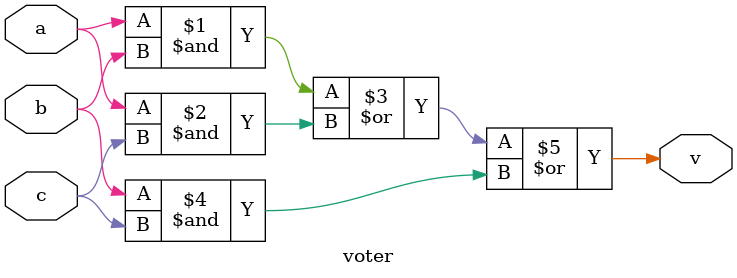
<source format=v>

`timescale 1ns / 1ps

module voter (
	input wire a,
	input wire b,
	input wire c,
	output wire v
	);
	
	assign v=a&b|a&c|b&c;
	
endmodule

</source>
